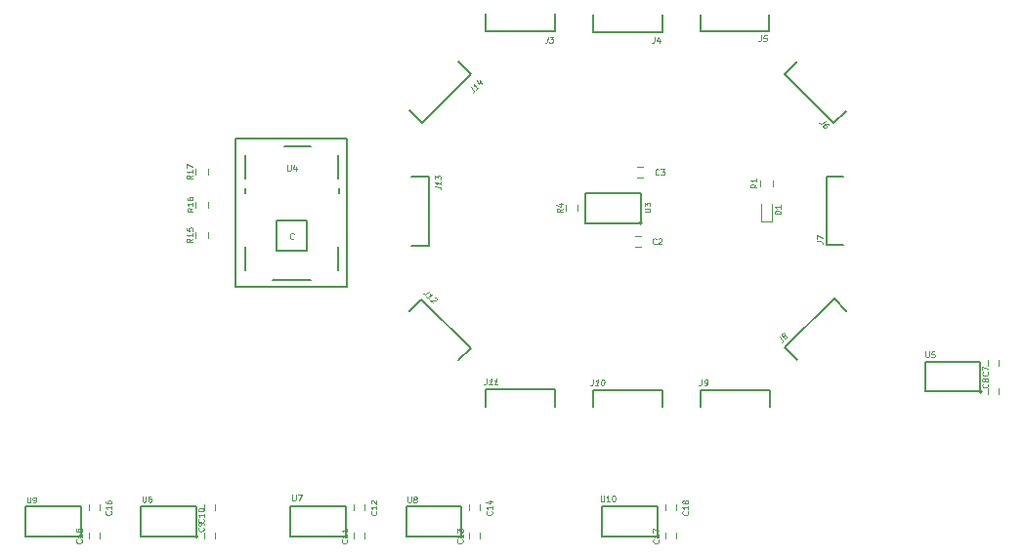
<source format=gto>
G04 #@! TF.FileFunction,Legend,Top*
%FSLAX46Y46*%
G04 Gerber Fmt 4.6, Leading zero omitted, Abs format (unit mm)*
G04 Created by KiCad (PCBNEW 4.0.7-e2-6376~58~ubuntu16.04.1) date Fri Aug  3 14:44:38 2018*
%MOMM*%
%LPD*%
G01*
G04 APERTURE LIST*
%ADD10C,0.100000*%
%ADD11C,0.150000*%
%ADD12C,0.120000*%
G04 APERTURE END LIST*
D10*
D11*
X126730000Y-79940000D02*
X126730000Y-81440000D01*
X126730000Y-81440000D02*
X132730000Y-81440000D01*
X132730000Y-81440000D02*
X132730000Y-79940000D01*
X136010000Y-79970000D02*
X136010000Y-81470000D01*
X136010000Y-81470000D02*
X142010000Y-81470000D01*
X142010000Y-81470000D02*
X142010000Y-79970000D01*
X145280000Y-79950000D02*
X145280000Y-81450000D01*
X145280000Y-81450000D02*
X151280000Y-81450000D01*
X151280000Y-81450000D02*
X151280000Y-79950000D01*
X151290000Y-114050000D02*
X151290000Y-112550000D01*
X151290000Y-112550000D02*
X145290000Y-112550000D01*
X145290000Y-112550000D02*
X145290000Y-114050000D01*
X132720000Y-113990000D02*
X132720000Y-112490000D01*
X132720000Y-112490000D02*
X126720000Y-112490000D01*
X126720000Y-112490000D02*
X126720000Y-113990000D01*
X140267475Y-98060000D02*
G75*
G03X140267475Y-98060000I-127475J0D01*
G01*
X139340000Y-98060000D02*
X135340000Y-98060000D01*
X135340000Y-98060000D02*
X135340000Y-95460000D01*
X135340000Y-95460000D02*
X140140000Y-95460000D01*
X140140000Y-95460000D02*
X140140000Y-98060000D01*
X140140000Y-98060000D02*
X139340000Y-98060000D01*
X153672944Y-84084416D02*
X152612284Y-85145076D01*
X152612284Y-85145076D02*
X156854924Y-89387716D01*
X156854924Y-89387716D02*
X157915584Y-88327056D01*
X157720000Y-94000000D02*
X156220000Y-94000000D01*
X156220000Y-94000000D02*
X156220000Y-100000000D01*
X156220000Y-100000000D02*
X157720000Y-100000000D01*
X120260000Y-100010000D02*
X121760000Y-100010000D01*
X121760000Y-100010000D02*
X121760000Y-94010000D01*
X121760000Y-94010000D02*
X120260000Y-94010000D01*
X142000000Y-114050000D02*
X142000000Y-112550000D01*
X142000000Y-112550000D02*
X136000000Y-112550000D01*
X136000000Y-112550000D02*
X136000000Y-114050000D01*
X124327056Y-109975584D02*
X125387716Y-108914924D01*
X125387716Y-108914924D02*
X121145076Y-104672284D01*
X121145076Y-104672284D02*
X120084416Y-105732944D01*
X157935584Y-105702944D02*
X156874924Y-104642284D01*
X156874924Y-104642284D02*
X152632284Y-108884924D01*
X152632284Y-108884924D02*
X153692944Y-109945584D01*
X120104416Y-88317056D02*
X121165076Y-89377716D01*
X121165076Y-89377716D02*
X125407716Y-85135076D01*
X125407716Y-85135076D02*
X124347056Y-84074416D01*
D12*
X140150000Y-99180000D02*
X139650000Y-99180000D01*
X139650000Y-100120000D02*
X140150000Y-100120000D01*
X139850000Y-94145000D02*
X140350000Y-94145000D01*
X140350000Y-93205000D02*
X139850000Y-93205000D01*
X150575000Y-97900000D02*
X151475000Y-97900000D01*
X151475000Y-97900000D02*
X151475000Y-96450000D01*
X150575000Y-97900000D02*
X150575000Y-96450000D01*
X151555000Y-94900000D02*
X151555000Y-94400000D01*
X150495000Y-94400000D02*
X150495000Y-94900000D01*
X133620000Y-96500000D02*
X133620000Y-97000000D01*
X134680000Y-97000000D02*
X134680000Y-96500000D01*
X102630000Y-99375000D02*
X102630000Y-98875000D01*
X101570000Y-98875000D02*
X101570000Y-99375000D01*
X102630000Y-96775000D02*
X102630000Y-96275000D01*
X101570000Y-96275000D02*
X101570000Y-96775000D01*
X102630000Y-93875000D02*
X102630000Y-93375000D01*
X101570000Y-93375000D02*
X101570000Y-93875000D01*
D11*
X109900000Y-102975000D02*
X108250000Y-102975000D01*
X109900000Y-102975000D02*
X111550000Y-102975000D01*
X109900000Y-91375000D02*
X111550000Y-91375000D01*
X109900000Y-91375000D02*
X109250000Y-91375000D01*
X113900000Y-100175000D02*
X113900000Y-100125000D01*
X113900000Y-100175000D02*
X113900000Y-102175000D01*
X105900000Y-100125000D02*
X105900000Y-102175000D01*
X113950000Y-95425000D02*
X113950000Y-95475000D01*
X113950000Y-95075000D02*
X113950000Y-95425000D01*
X113900000Y-94075000D02*
X113900000Y-94175000D01*
X113900000Y-92275000D02*
X113900000Y-92175000D01*
X105900000Y-92275000D02*
X105900000Y-92175000D01*
X105900000Y-94075000D02*
X105900000Y-94175000D01*
X105900000Y-95425000D02*
X105900000Y-95475000D01*
X105900000Y-95075000D02*
X105900000Y-95425000D01*
X113900000Y-92375000D02*
X113900000Y-92275000D01*
X105900000Y-92375000D02*
X105900000Y-92275000D01*
X109900000Y-97875000D02*
X111200000Y-97875000D01*
X111200000Y-97875000D02*
X111200000Y-100475000D01*
X111200000Y-100475000D02*
X108600000Y-100475000D01*
X108600000Y-100475000D02*
X108600000Y-97875000D01*
X108600000Y-97875000D02*
X109900000Y-97875000D01*
X105900000Y-94075000D02*
X105900000Y-92375000D01*
X113900000Y-92375000D02*
X113900000Y-94075000D01*
X105200000Y-90775000D02*
X114700000Y-90775000D01*
X114700000Y-90775000D02*
X114700000Y-103575000D01*
X114700000Y-103575000D02*
X105000000Y-103575000D01*
X105000000Y-103575000D02*
X105000000Y-91075000D01*
X105000000Y-91075000D02*
X105000000Y-90775000D01*
X105000000Y-90775000D02*
X105200000Y-90775000D01*
D12*
X171170000Y-110450000D02*
X171170000Y-109950000D01*
X170230000Y-109950000D02*
X170230000Y-110450000D01*
X170230000Y-112400000D02*
X170230000Y-112900000D01*
X171170000Y-112900000D02*
X171170000Y-112400000D01*
X102280000Y-124975000D02*
X102280000Y-125475000D01*
X103220000Y-125475000D02*
X103220000Y-124975000D01*
X103220000Y-123000000D02*
X103220000Y-122500000D01*
X102280000Y-122500000D02*
X102280000Y-123000000D01*
D11*
X169677475Y-112700000D02*
G75*
G03X169677475Y-112700000I-127475J0D01*
G01*
X168750000Y-112700000D02*
X164750000Y-112700000D01*
X164750000Y-112700000D02*
X164750000Y-110100000D01*
X164750000Y-110100000D02*
X169550000Y-110100000D01*
X169550000Y-110100000D02*
X169550000Y-112700000D01*
X169550000Y-112700000D02*
X168750000Y-112700000D01*
X101727475Y-125275000D02*
G75*
G03X101727475Y-125275000I-127475J0D01*
G01*
X100800000Y-125275000D02*
X96800000Y-125275000D01*
X96800000Y-125275000D02*
X96800000Y-122675000D01*
X96800000Y-122675000D02*
X101600000Y-122675000D01*
X101600000Y-122675000D02*
X101600000Y-125275000D01*
X101600000Y-125275000D02*
X100800000Y-125275000D01*
D12*
X115280000Y-124975000D02*
X115280000Y-125475000D01*
X116220000Y-125475000D02*
X116220000Y-124975000D01*
X116220000Y-123025000D02*
X116220000Y-122525000D01*
X115280000Y-122525000D02*
X115280000Y-123025000D01*
X125280000Y-124975000D02*
X125280000Y-125475000D01*
X126220000Y-125475000D02*
X126220000Y-124975000D01*
X126220000Y-123025000D02*
X126220000Y-122525000D01*
X125280000Y-122525000D02*
X125280000Y-123025000D01*
X92280000Y-124975000D02*
X92280000Y-125475000D01*
X93220000Y-125475000D02*
X93220000Y-124975000D01*
X93220000Y-123025000D02*
X93220000Y-122525000D01*
X92280000Y-122525000D02*
X92280000Y-123025000D01*
D11*
X114727475Y-125275000D02*
G75*
G03X114727475Y-125275000I-127475J0D01*
G01*
X113800000Y-125275000D02*
X109800000Y-125275000D01*
X109800000Y-125275000D02*
X109800000Y-122675000D01*
X109800000Y-122675000D02*
X114600000Y-122675000D01*
X114600000Y-122675000D02*
X114600000Y-125275000D01*
X114600000Y-125275000D02*
X113800000Y-125275000D01*
X124727475Y-125275000D02*
G75*
G03X124727475Y-125275000I-127475J0D01*
G01*
X123800000Y-125275000D02*
X119800000Y-125275000D01*
X119800000Y-125275000D02*
X119800000Y-122675000D01*
X119800000Y-122675000D02*
X124600000Y-122675000D01*
X124600000Y-122675000D02*
X124600000Y-125275000D01*
X124600000Y-125275000D02*
X123800000Y-125275000D01*
X91727475Y-125275000D02*
G75*
G03X91727475Y-125275000I-127475J0D01*
G01*
X90800000Y-125275000D02*
X86800000Y-125275000D01*
X86800000Y-125275000D02*
X86800000Y-122675000D01*
X86800000Y-122675000D02*
X91600000Y-122675000D01*
X91600000Y-122675000D02*
X91600000Y-125275000D01*
X91600000Y-125275000D02*
X90800000Y-125275000D01*
D12*
X142280000Y-124975000D02*
X142280000Y-125475000D01*
X143220000Y-125475000D02*
X143220000Y-124975000D01*
X143220000Y-123025000D02*
X143220000Y-122525000D01*
X142280000Y-122525000D02*
X142280000Y-123025000D01*
D11*
X141727475Y-125275000D02*
G75*
G03X141727475Y-125275000I-127475J0D01*
G01*
X140800000Y-125275000D02*
X136800000Y-125275000D01*
X136800000Y-125275000D02*
X136800000Y-122675000D01*
X136800000Y-122675000D02*
X141600000Y-122675000D01*
X141600000Y-122675000D02*
X141600000Y-125275000D01*
X141600000Y-125275000D02*
X140800000Y-125275000D01*
D10*
X132067560Y-81926190D02*
X132022917Y-82283333D01*
X131990179Y-82354762D01*
X131936607Y-82402381D01*
X131862203Y-82426190D01*
X131814584Y-82426190D01*
X132258036Y-81926190D02*
X132567559Y-81926190D01*
X132377084Y-82116667D01*
X132448512Y-82116667D01*
X132493155Y-82140476D01*
X132513988Y-82164286D01*
X132531845Y-82211905D01*
X132516964Y-82330952D01*
X132487203Y-82378571D01*
X132460416Y-82402381D01*
X132409821Y-82426190D01*
X132266964Y-82426190D01*
X132222321Y-82402381D01*
X132201489Y-82378571D01*
X141367560Y-81926190D02*
X141322917Y-82283333D01*
X141290179Y-82354762D01*
X141236607Y-82402381D01*
X141162203Y-82426190D01*
X141114584Y-82426190D01*
X141799107Y-82092857D02*
X141757440Y-82426190D01*
X141703869Y-81902381D02*
X141540179Y-82259524D01*
X141849703Y-82259524D01*
X150592560Y-81801190D02*
X150547917Y-82158333D01*
X150515179Y-82229762D01*
X150461607Y-82277381D01*
X150387203Y-82301190D01*
X150339584Y-82301190D01*
X151068750Y-81801190D02*
X150830655Y-81801190D01*
X150777083Y-82039286D01*
X150803870Y-82015476D01*
X150854465Y-81991667D01*
X150973512Y-81991667D01*
X151018155Y-82015476D01*
X151038988Y-82039286D01*
X151056845Y-82086905D01*
X151041964Y-82205952D01*
X151012203Y-82253571D01*
X150985416Y-82277381D01*
X150934821Y-82301190D01*
X150815774Y-82301190D01*
X150771131Y-82277381D01*
X150750298Y-82253571D01*
X145442560Y-111651190D02*
X145397917Y-112008333D01*
X145365179Y-112079762D01*
X145311607Y-112127381D01*
X145237203Y-112151190D01*
X145189584Y-112151190D01*
X145641964Y-112151190D02*
X145737202Y-112151190D01*
X145787797Y-112127381D01*
X145814584Y-112103571D01*
X145871131Y-112032143D01*
X145906845Y-111936905D01*
X145930654Y-111746429D01*
X145912798Y-111698810D01*
X145891964Y-111675000D01*
X145847321Y-111651190D01*
X145752083Y-111651190D01*
X145701488Y-111675000D01*
X145674703Y-111698810D01*
X145644940Y-111746429D01*
X145630060Y-111865476D01*
X145647917Y-111913095D01*
X145668750Y-111936905D01*
X145713393Y-111960714D01*
X145808631Y-111960714D01*
X145859226Y-111936905D01*
X145886012Y-111913095D01*
X145915774Y-111865476D01*
X126804465Y-111601190D02*
X126759822Y-111958333D01*
X126727084Y-112029762D01*
X126673512Y-112077381D01*
X126599108Y-112101190D01*
X126551489Y-112101190D01*
X127241964Y-112101190D02*
X126956250Y-112101190D01*
X127099107Y-112101190D02*
X127161607Y-111601190D01*
X127105060Y-111672619D01*
X127051488Y-111720238D01*
X127000893Y-111744048D01*
X127718154Y-112101190D02*
X127432440Y-112101190D01*
X127575297Y-112101190D02*
X127637797Y-111601190D01*
X127581250Y-111672619D01*
X127527678Y-111720238D01*
X127477083Y-111744048D01*
X140451190Y-97080952D02*
X140855952Y-97080952D01*
X140903571Y-97057143D01*
X140927381Y-97033333D01*
X140951190Y-96985714D01*
X140951190Y-96890476D01*
X140927381Y-96842857D01*
X140903571Y-96819048D01*
X140855952Y-96795238D01*
X140451190Y-96795238D01*
X140451190Y-96604761D02*
X140451190Y-96295238D01*
X140641667Y-96461904D01*
X140641667Y-96390476D01*
X140665476Y-96342857D01*
X140689286Y-96319047D01*
X140736905Y-96295238D01*
X140855952Y-96295238D01*
X140903571Y-96319047D01*
X140927381Y-96342857D01*
X140951190Y-96390476D01*
X140951190Y-96533333D01*
X140927381Y-96580952D01*
X140903571Y-96604761D01*
X156124963Y-89212738D02*
X155840857Y-89433709D01*
X155767200Y-89461067D01*
X155695647Y-89456858D01*
X155626200Y-89421082D01*
X155592528Y-89387410D01*
X156444844Y-89532619D02*
X156377500Y-89465275D01*
X156324888Y-89446336D01*
X156289112Y-89444232D01*
X156198619Y-89454754D01*
X156106022Y-89496843D01*
X155954499Y-89614694D01*
X155933455Y-89660993D01*
X155931349Y-89692560D01*
X155946081Y-89740963D01*
X156013424Y-89808306D01*
X156066036Y-89827247D01*
X156101813Y-89829352D01*
X156156529Y-89816724D01*
X156251231Y-89743068D01*
X156272276Y-89696769D01*
X156274381Y-89665202D01*
X156259649Y-89616799D01*
X156192305Y-89549456D01*
X156139694Y-89530515D01*
X156103917Y-89528411D01*
X156049200Y-89541038D01*
X155376190Y-99607440D02*
X155733333Y-99652083D01*
X155804762Y-99684821D01*
X155852381Y-99738393D01*
X155876190Y-99812797D01*
X155876190Y-99860416D01*
X155376190Y-99416964D02*
X155376190Y-99083631D01*
X155876190Y-99360417D01*
X122326190Y-94895535D02*
X122683333Y-94940178D01*
X122754762Y-94972916D01*
X122802381Y-95026488D01*
X122826190Y-95100892D01*
X122826190Y-95148511D01*
X122826190Y-94458036D02*
X122826190Y-94743750D01*
X122826190Y-94600893D02*
X122326190Y-94538393D01*
X122397619Y-94594940D01*
X122445238Y-94648512D01*
X122469048Y-94699107D01*
X122326190Y-94228869D02*
X122326190Y-93919346D01*
X122516667Y-94109821D01*
X122516667Y-94038393D01*
X122540476Y-93993750D01*
X122564286Y-93972917D01*
X122611905Y-93955060D01*
X122730952Y-93969941D01*
X122778571Y-93999702D01*
X122802381Y-94026489D01*
X122826190Y-94077084D01*
X122826190Y-94219941D01*
X122802381Y-94264584D01*
X122778571Y-94285416D01*
X136029465Y-111651190D02*
X135984822Y-112008333D01*
X135952084Y-112079762D01*
X135898512Y-112127381D01*
X135824108Y-112151190D01*
X135776489Y-112151190D01*
X136466964Y-112151190D02*
X136181250Y-112151190D01*
X136324107Y-112151190D02*
X136386607Y-111651190D01*
X136330060Y-111722619D01*
X136276488Y-111770238D01*
X136225893Y-111794048D01*
X136838988Y-111651190D02*
X136886607Y-111651190D01*
X136931250Y-111675000D01*
X136952083Y-111698810D01*
X136969940Y-111746429D01*
X136981845Y-111841667D01*
X136966964Y-111960714D01*
X136931250Y-112055952D01*
X136901488Y-112103571D01*
X136874702Y-112127381D01*
X136824107Y-112151190D01*
X136776488Y-112151190D01*
X136731845Y-112127381D01*
X136711012Y-112103571D01*
X136693155Y-112055952D01*
X136681250Y-111960714D01*
X136696131Y-111841667D01*
X136731845Y-111746429D01*
X136761607Y-111698810D01*
X136788393Y-111675000D01*
X136838988Y-111651190D01*
X121806605Y-103994379D02*
X121522499Y-104215350D01*
X121448842Y-104242709D01*
X121377289Y-104238499D01*
X121307842Y-104202723D01*
X121274171Y-104169052D01*
X121762410Y-104657291D02*
X121560380Y-104455261D01*
X121661395Y-104556276D02*
X122059143Y-104246917D01*
X121968650Y-104257440D01*
X121897097Y-104253231D01*
X121844485Y-104234291D01*
X122256964Y-104512083D02*
X122292740Y-104514187D01*
X122345353Y-104533127D01*
X122429532Y-104617306D01*
X122444263Y-104665709D01*
X122442158Y-104697277D01*
X122421113Y-104743575D01*
X122383232Y-104773038D01*
X122309577Y-104800397D01*
X121880262Y-104775143D01*
X122099127Y-104994008D01*
X152162738Y-107925036D02*
X152383709Y-108209142D01*
X152411067Y-108282799D01*
X152406858Y-108354352D01*
X152371082Y-108423799D01*
X152337410Y-108457471D01*
X152514187Y-107876633D02*
X152465784Y-107891365D01*
X152434217Y-107889260D01*
X152387917Y-107868216D01*
X152373186Y-107849276D01*
X152360560Y-107794559D01*
X152362664Y-107758783D01*
X152381604Y-107706171D01*
X152448947Y-107638827D01*
X152497351Y-107624096D01*
X152528919Y-107626200D01*
X152575217Y-107647246D01*
X152589948Y-107666186D01*
X152602575Y-107720902D01*
X152600471Y-107756678D01*
X152581530Y-107809290D01*
X152514187Y-107876633D01*
X152495246Y-107929246D01*
X152493142Y-107965022D01*
X152505769Y-108019738D01*
X152564694Y-108095500D01*
X152610993Y-108116544D01*
X152642560Y-108118650D01*
X152690963Y-108103918D01*
X152758306Y-108036575D01*
X152777247Y-107983963D01*
X152779352Y-107948186D01*
X152766724Y-107893470D01*
X152707799Y-107817708D01*
X152661501Y-107796663D01*
X152629933Y-107794560D01*
X152581530Y-107809290D01*
X125394379Y-86218395D02*
X125615350Y-86502501D01*
X125642709Y-86576158D01*
X125638499Y-86647711D01*
X125602723Y-86717158D01*
X125569052Y-86750829D01*
X126057291Y-86262590D02*
X125855261Y-86464620D01*
X125956276Y-86363605D02*
X125646917Y-85965857D01*
X125657440Y-86056350D01*
X125653231Y-86127903D01*
X125634291Y-86180515D01*
X126154098Y-85694379D02*
X126360337Y-85959544D01*
X125952067Y-85627036D02*
X126088859Y-85995320D01*
X126307726Y-85776454D01*
X141466667Y-99853571D02*
X141442857Y-99877381D01*
X141371429Y-99901190D01*
X141323810Y-99901190D01*
X141252381Y-99877381D01*
X141204762Y-99829762D01*
X141180953Y-99782143D01*
X141157143Y-99686905D01*
X141157143Y-99615476D01*
X141180953Y-99520238D01*
X141204762Y-99472619D01*
X141252381Y-99425000D01*
X141323810Y-99401190D01*
X141371429Y-99401190D01*
X141442857Y-99425000D01*
X141466667Y-99448810D01*
X141657143Y-99448810D02*
X141680953Y-99425000D01*
X141728572Y-99401190D01*
X141847619Y-99401190D01*
X141895238Y-99425000D01*
X141919048Y-99448810D01*
X141942857Y-99496429D01*
X141942857Y-99544048D01*
X141919048Y-99615476D01*
X141633334Y-99901190D01*
X141942857Y-99901190D01*
X141691667Y-93853571D02*
X141667857Y-93877381D01*
X141596429Y-93901190D01*
X141548810Y-93901190D01*
X141477381Y-93877381D01*
X141429762Y-93829762D01*
X141405953Y-93782143D01*
X141382143Y-93686905D01*
X141382143Y-93615476D01*
X141405953Y-93520238D01*
X141429762Y-93472619D01*
X141477381Y-93425000D01*
X141548810Y-93401190D01*
X141596429Y-93401190D01*
X141667857Y-93425000D01*
X141691667Y-93448810D01*
X141858334Y-93401190D02*
X142167857Y-93401190D01*
X142001191Y-93591667D01*
X142072619Y-93591667D01*
X142120238Y-93615476D01*
X142144048Y-93639286D01*
X142167857Y-93686905D01*
X142167857Y-93805952D01*
X142144048Y-93853571D01*
X142120238Y-93877381D01*
X142072619Y-93901190D01*
X141929762Y-93901190D01*
X141882143Y-93877381D01*
X141858334Y-93853571D01*
X152251190Y-97294047D02*
X151751190Y-97294047D01*
X151751190Y-97175000D01*
X151775000Y-97103571D01*
X151822619Y-97055952D01*
X151870238Y-97032143D01*
X151965476Y-97008333D01*
X152036905Y-97008333D01*
X152132143Y-97032143D01*
X152179762Y-97055952D01*
X152227381Y-97103571D01*
X152251190Y-97175000D01*
X152251190Y-97294047D01*
X152251190Y-96532143D02*
X152251190Y-96817857D01*
X152251190Y-96675000D02*
X151751190Y-96675000D01*
X151822619Y-96722619D01*
X151870238Y-96770238D01*
X151894048Y-96817857D01*
X150176190Y-94683333D02*
X149938095Y-94850000D01*
X150176190Y-94969047D02*
X149676190Y-94969047D01*
X149676190Y-94778571D01*
X149700000Y-94730952D01*
X149723810Y-94707143D01*
X149771429Y-94683333D01*
X149842857Y-94683333D01*
X149890476Y-94707143D01*
X149914286Y-94730952D01*
X149938095Y-94778571D01*
X149938095Y-94969047D01*
X150176190Y-94207143D02*
X150176190Y-94492857D01*
X150176190Y-94350000D02*
X149676190Y-94350000D01*
X149747619Y-94397619D01*
X149795238Y-94445238D01*
X149819048Y-94492857D01*
X133351190Y-96833333D02*
X133113095Y-97000000D01*
X133351190Y-97119047D02*
X132851190Y-97119047D01*
X132851190Y-96928571D01*
X132875000Y-96880952D01*
X132898810Y-96857143D01*
X132946429Y-96833333D01*
X133017857Y-96833333D01*
X133065476Y-96857143D01*
X133089286Y-96880952D01*
X133113095Y-96928571D01*
X133113095Y-97119047D01*
X133017857Y-96404762D02*
X133351190Y-96404762D01*
X132827381Y-96523809D02*
X133184524Y-96642857D01*
X133184524Y-96333333D01*
X101301190Y-99421428D02*
X101063095Y-99588095D01*
X101301190Y-99707142D02*
X100801190Y-99707142D01*
X100801190Y-99516666D01*
X100825000Y-99469047D01*
X100848810Y-99445238D01*
X100896429Y-99421428D01*
X100967857Y-99421428D01*
X101015476Y-99445238D01*
X101039286Y-99469047D01*
X101063095Y-99516666D01*
X101063095Y-99707142D01*
X101301190Y-98945238D02*
X101301190Y-99230952D01*
X101301190Y-99088095D02*
X100801190Y-99088095D01*
X100872619Y-99135714D01*
X100920238Y-99183333D01*
X100944048Y-99230952D01*
X100801190Y-98492857D02*
X100801190Y-98730952D01*
X101039286Y-98754762D01*
X101015476Y-98730952D01*
X100991667Y-98683333D01*
X100991667Y-98564286D01*
X101015476Y-98516667D01*
X101039286Y-98492857D01*
X101086905Y-98469048D01*
X101205952Y-98469048D01*
X101253571Y-98492857D01*
X101277381Y-98516667D01*
X101301190Y-98564286D01*
X101301190Y-98683333D01*
X101277381Y-98730952D01*
X101253571Y-98754762D01*
X101326190Y-96771428D02*
X101088095Y-96938095D01*
X101326190Y-97057142D02*
X100826190Y-97057142D01*
X100826190Y-96866666D01*
X100850000Y-96819047D01*
X100873810Y-96795238D01*
X100921429Y-96771428D01*
X100992857Y-96771428D01*
X101040476Y-96795238D01*
X101064286Y-96819047D01*
X101088095Y-96866666D01*
X101088095Y-97057142D01*
X101326190Y-96295238D02*
X101326190Y-96580952D01*
X101326190Y-96438095D02*
X100826190Y-96438095D01*
X100897619Y-96485714D01*
X100945238Y-96533333D01*
X100969048Y-96580952D01*
X100826190Y-95866667D02*
X100826190Y-95961905D01*
X100850000Y-96009524D01*
X100873810Y-96033333D01*
X100945238Y-96080952D01*
X101040476Y-96104762D01*
X101230952Y-96104762D01*
X101278571Y-96080952D01*
X101302381Y-96057143D01*
X101326190Y-96009524D01*
X101326190Y-95914286D01*
X101302381Y-95866667D01*
X101278571Y-95842857D01*
X101230952Y-95819048D01*
X101111905Y-95819048D01*
X101064286Y-95842857D01*
X101040476Y-95866667D01*
X101016667Y-95914286D01*
X101016667Y-96009524D01*
X101040476Y-96057143D01*
X101064286Y-96080952D01*
X101111905Y-96104762D01*
X101301190Y-93921428D02*
X101063095Y-94088095D01*
X101301190Y-94207142D02*
X100801190Y-94207142D01*
X100801190Y-94016666D01*
X100825000Y-93969047D01*
X100848810Y-93945238D01*
X100896429Y-93921428D01*
X100967857Y-93921428D01*
X101015476Y-93945238D01*
X101039286Y-93969047D01*
X101063095Y-94016666D01*
X101063095Y-94207142D01*
X101301190Y-93445238D02*
X101301190Y-93730952D01*
X101301190Y-93588095D02*
X100801190Y-93588095D01*
X100872619Y-93635714D01*
X100920238Y-93683333D01*
X100944048Y-93730952D01*
X100801190Y-93278571D02*
X100801190Y-92945238D01*
X101301190Y-93159524D01*
X109519048Y-93051190D02*
X109519048Y-93455952D01*
X109542857Y-93503571D01*
X109566667Y-93527381D01*
X109614286Y-93551190D01*
X109709524Y-93551190D01*
X109757143Y-93527381D01*
X109780952Y-93503571D01*
X109804762Y-93455952D01*
X109804762Y-93051190D01*
X110257143Y-93217857D02*
X110257143Y-93551190D01*
X110138096Y-93027381D02*
X110019048Y-93384524D01*
X110328572Y-93384524D01*
X110054762Y-99403571D02*
X110030952Y-99427381D01*
X109959524Y-99451190D01*
X109911905Y-99451190D01*
X109840476Y-99427381D01*
X109792857Y-99379762D01*
X109769048Y-99332143D01*
X109745238Y-99236905D01*
X109745238Y-99165476D01*
X109769048Y-99070238D01*
X109792857Y-99022619D01*
X109840476Y-98975000D01*
X109911905Y-98951190D01*
X109959524Y-98951190D01*
X110030952Y-98975000D01*
X110054762Y-98998810D01*
X170178571Y-111008333D02*
X170202381Y-111032143D01*
X170226190Y-111103571D01*
X170226190Y-111151190D01*
X170202381Y-111222619D01*
X170154762Y-111270238D01*
X170107143Y-111294047D01*
X170011905Y-111317857D01*
X169940476Y-111317857D01*
X169845238Y-111294047D01*
X169797619Y-111270238D01*
X169750000Y-111222619D01*
X169726190Y-111151190D01*
X169726190Y-111103571D01*
X169750000Y-111032143D01*
X169773810Y-111008333D01*
X169726190Y-110841666D02*
X169726190Y-110508333D01*
X170226190Y-110722619D01*
X170178571Y-112033333D02*
X170202381Y-112057143D01*
X170226190Y-112128571D01*
X170226190Y-112176190D01*
X170202381Y-112247619D01*
X170154762Y-112295238D01*
X170107143Y-112319047D01*
X170011905Y-112342857D01*
X169940476Y-112342857D01*
X169845238Y-112319047D01*
X169797619Y-112295238D01*
X169750000Y-112247619D01*
X169726190Y-112176190D01*
X169726190Y-112128571D01*
X169750000Y-112057143D01*
X169773810Y-112033333D01*
X169940476Y-111747619D02*
X169916667Y-111795238D01*
X169892857Y-111819047D01*
X169845238Y-111842857D01*
X169821429Y-111842857D01*
X169773810Y-111819047D01*
X169750000Y-111795238D01*
X169726190Y-111747619D01*
X169726190Y-111652381D01*
X169750000Y-111604762D01*
X169773810Y-111580952D01*
X169821429Y-111557143D01*
X169845238Y-111557143D01*
X169892857Y-111580952D01*
X169916667Y-111604762D01*
X169940476Y-111652381D01*
X169940476Y-111747619D01*
X169964286Y-111795238D01*
X169988095Y-111819047D01*
X170035714Y-111842857D01*
X170130952Y-111842857D01*
X170178571Y-111819047D01*
X170202381Y-111795238D01*
X170226190Y-111747619D01*
X170226190Y-111652381D01*
X170202381Y-111604762D01*
X170178571Y-111580952D01*
X170130952Y-111557143D01*
X170035714Y-111557143D01*
X169988095Y-111580952D01*
X169964286Y-111604762D01*
X169940476Y-111652381D01*
X102228571Y-124508333D02*
X102252381Y-124532143D01*
X102276190Y-124603571D01*
X102276190Y-124651190D01*
X102252381Y-124722619D01*
X102204762Y-124770238D01*
X102157143Y-124794047D01*
X102061905Y-124817857D01*
X101990476Y-124817857D01*
X101895238Y-124794047D01*
X101847619Y-124770238D01*
X101800000Y-124722619D01*
X101776190Y-124651190D01*
X101776190Y-124603571D01*
X101800000Y-124532143D01*
X101823810Y-124508333D01*
X102276190Y-124270238D02*
X102276190Y-124175000D01*
X102252381Y-124127381D01*
X102228571Y-124103571D01*
X102157143Y-124055952D01*
X102061905Y-124032143D01*
X101871429Y-124032143D01*
X101823810Y-124055952D01*
X101800000Y-124079762D01*
X101776190Y-124127381D01*
X101776190Y-124222619D01*
X101800000Y-124270238D01*
X101823810Y-124294047D01*
X101871429Y-124317857D01*
X101990476Y-124317857D01*
X102038095Y-124294047D01*
X102061905Y-124270238D01*
X102085714Y-124222619D01*
X102085714Y-124127381D01*
X102061905Y-124079762D01*
X102038095Y-124055952D01*
X101990476Y-124032143D01*
X102228571Y-123771428D02*
X102252381Y-123795238D01*
X102276190Y-123866666D01*
X102276190Y-123914285D01*
X102252381Y-123985714D01*
X102204762Y-124033333D01*
X102157143Y-124057142D01*
X102061905Y-124080952D01*
X101990476Y-124080952D01*
X101895238Y-124057142D01*
X101847619Y-124033333D01*
X101800000Y-123985714D01*
X101776190Y-123914285D01*
X101776190Y-123866666D01*
X101800000Y-123795238D01*
X101823810Y-123771428D01*
X102276190Y-123295238D02*
X102276190Y-123580952D01*
X102276190Y-123438095D02*
X101776190Y-123438095D01*
X101847619Y-123485714D01*
X101895238Y-123533333D01*
X101919048Y-123580952D01*
X101776190Y-122985714D02*
X101776190Y-122938095D01*
X101800000Y-122890476D01*
X101823810Y-122866667D01*
X101871429Y-122842857D01*
X101966667Y-122819048D01*
X102085714Y-122819048D01*
X102180952Y-122842857D01*
X102228571Y-122866667D01*
X102252381Y-122890476D01*
X102276190Y-122938095D01*
X102276190Y-122985714D01*
X102252381Y-123033333D01*
X102228571Y-123057143D01*
X102180952Y-123080952D01*
X102085714Y-123104762D01*
X101966667Y-123104762D01*
X101871429Y-123080952D01*
X101823810Y-123057143D01*
X101800000Y-123033333D01*
X101776190Y-122985714D01*
X164819048Y-109226190D02*
X164819048Y-109630952D01*
X164842857Y-109678571D01*
X164866667Y-109702381D01*
X164914286Y-109726190D01*
X165009524Y-109726190D01*
X165057143Y-109702381D01*
X165080952Y-109678571D01*
X165104762Y-109630952D01*
X165104762Y-109226190D01*
X165580953Y-109226190D02*
X165342858Y-109226190D01*
X165319048Y-109464286D01*
X165342858Y-109440476D01*
X165390477Y-109416667D01*
X165509524Y-109416667D01*
X165557143Y-109440476D01*
X165580953Y-109464286D01*
X165604762Y-109511905D01*
X165604762Y-109630952D01*
X165580953Y-109678571D01*
X165557143Y-109702381D01*
X165509524Y-109726190D01*
X165390477Y-109726190D01*
X165342858Y-109702381D01*
X165319048Y-109678571D01*
X96944048Y-121776190D02*
X96944048Y-122180952D01*
X96967857Y-122228571D01*
X96991667Y-122252381D01*
X97039286Y-122276190D01*
X97134524Y-122276190D01*
X97182143Y-122252381D01*
X97205952Y-122228571D01*
X97229762Y-122180952D01*
X97229762Y-121776190D01*
X97682143Y-121776190D02*
X97586905Y-121776190D01*
X97539286Y-121800000D01*
X97515477Y-121823810D01*
X97467858Y-121895238D01*
X97444048Y-121990476D01*
X97444048Y-122180952D01*
X97467858Y-122228571D01*
X97491667Y-122252381D01*
X97539286Y-122276190D01*
X97634524Y-122276190D01*
X97682143Y-122252381D01*
X97705953Y-122228571D01*
X97729762Y-122180952D01*
X97729762Y-122061905D01*
X97705953Y-122014286D01*
X97682143Y-121990476D01*
X97634524Y-121966667D01*
X97539286Y-121966667D01*
X97491667Y-121990476D01*
X97467858Y-122014286D01*
X97444048Y-122061905D01*
X114658571Y-125546428D02*
X114682381Y-125570238D01*
X114706190Y-125641666D01*
X114706190Y-125689285D01*
X114682381Y-125760714D01*
X114634762Y-125808333D01*
X114587143Y-125832142D01*
X114491905Y-125855952D01*
X114420476Y-125855952D01*
X114325238Y-125832142D01*
X114277619Y-125808333D01*
X114230000Y-125760714D01*
X114206190Y-125689285D01*
X114206190Y-125641666D01*
X114230000Y-125570238D01*
X114253810Y-125546428D01*
X114706190Y-125070238D02*
X114706190Y-125355952D01*
X114706190Y-125213095D02*
X114206190Y-125213095D01*
X114277619Y-125260714D01*
X114325238Y-125308333D01*
X114349048Y-125355952D01*
X114706190Y-124594048D02*
X114706190Y-124879762D01*
X114706190Y-124736905D02*
X114206190Y-124736905D01*
X114277619Y-124784524D01*
X114325238Y-124832143D01*
X114349048Y-124879762D01*
X117198571Y-123096428D02*
X117222381Y-123120238D01*
X117246190Y-123191666D01*
X117246190Y-123239285D01*
X117222381Y-123310714D01*
X117174762Y-123358333D01*
X117127143Y-123382142D01*
X117031905Y-123405952D01*
X116960476Y-123405952D01*
X116865238Y-123382142D01*
X116817619Y-123358333D01*
X116770000Y-123310714D01*
X116746190Y-123239285D01*
X116746190Y-123191666D01*
X116770000Y-123120238D01*
X116793810Y-123096428D01*
X117246190Y-122620238D02*
X117246190Y-122905952D01*
X117246190Y-122763095D02*
X116746190Y-122763095D01*
X116817619Y-122810714D01*
X116865238Y-122858333D01*
X116889048Y-122905952D01*
X116793810Y-122429762D02*
X116770000Y-122405952D01*
X116746190Y-122358333D01*
X116746190Y-122239286D01*
X116770000Y-122191667D01*
X116793810Y-122167857D01*
X116841429Y-122144048D01*
X116889048Y-122144048D01*
X116960476Y-122167857D01*
X117246190Y-122453571D01*
X117246190Y-122144048D01*
X124658571Y-125546428D02*
X124682381Y-125570238D01*
X124706190Y-125641666D01*
X124706190Y-125689285D01*
X124682381Y-125760714D01*
X124634762Y-125808333D01*
X124587143Y-125832142D01*
X124491905Y-125855952D01*
X124420476Y-125855952D01*
X124325238Y-125832142D01*
X124277619Y-125808333D01*
X124230000Y-125760714D01*
X124206190Y-125689285D01*
X124206190Y-125641666D01*
X124230000Y-125570238D01*
X124253810Y-125546428D01*
X124706190Y-125070238D02*
X124706190Y-125355952D01*
X124706190Y-125213095D02*
X124206190Y-125213095D01*
X124277619Y-125260714D01*
X124325238Y-125308333D01*
X124349048Y-125355952D01*
X124206190Y-124903571D02*
X124206190Y-124594048D01*
X124396667Y-124760714D01*
X124396667Y-124689286D01*
X124420476Y-124641667D01*
X124444286Y-124617857D01*
X124491905Y-124594048D01*
X124610952Y-124594048D01*
X124658571Y-124617857D01*
X124682381Y-124641667D01*
X124706190Y-124689286D01*
X124706190Y-124832143D01*
X124682381Y-124879762D01*
X124658571Y-124903571D01*
X127198571Y-123096428D02*
X127222381Y-123120238D01*
X127246190Y-123191666D01*
X127246190Y-123239285D01*
X127222381Y-123310714D01*
X127174762Y-123358333D01*
X127127143Y-123382142D01*
X127031905Y-123405952D01*
X126960476Y-123405952D01*
X126865238Y-123382142D01*
X126817619Y-123358333D01*
X126770000Y-123310714D01*
X126746190Y-123239285D01*
X126746190Y-123191666D01*
X126770000Y-123120238D01*
X126793810Y-123096428D01*
X127246190Y-122620238D02*
X127246190Y-122905952D01*
X127246190Y-122763095D02*
X126746190Y-122763095D01*
X126817619Y-122810714D01*
X126865238Y-122858333D01*
X126889048Y-122905952D01*
X126912857Y-122191667D02*
X127246190Y-122191667D01*
X126722381Y-122310714D02*
X127079524Y-122429762D01*
X127079524Y-122120238D01*
X91658571Y-125546428D02*
X91682381Y-125570238D01*
X91706190Y-125641666D01*
X91706190Y-125689285D01*
X91682381Y-125760714D01*
X91634762Y-125808333D01*
X91587143Y-125832142D01*
X91491905Y-125855952D01*
X91420476Y-125855952D01*
X91325238Y-125832142D01*
X91277619Y-125808333D01*
X91230000Y-125760714D01*
X91206190Y-125689285D01*
X91206190Y-125641666D01*
X91230000Y-125570238D01*
X91253810Y-125546428D01*
X91706190Y-125070238D02*
X91706190Y-125355952D01*
X91706190Y-125213095D02*
X91206190Y-125213095D01*
X91277619Y-125260714D01*
X91325238Y-125308333D01*
X91349048Y-125355952D01*
X91206190Y-124617857D02*
X91206190Y-124855952D01*
X91444286Y-124879762D01*
X91420476Y-124855952D01*
X91396667Y-124808333D01*
X91396667Y-124689286D01*
X91420476Y-124641667D01*
X91444286Y-124617857D01*
X91491905Y-124594048D01*
X91610952Y-124594048D01*
X91658571Y-124617857D01*
X91682381Y-124641667D01*
X91706190Y-124689286D01*
X91706190Y-124808333D01*
X91682381Y-124855952D01*
X91658571Y-124879762D01*
X94198571Y-123096428D02*
X94222381Y-123120238D01*
X94246190Y-123191666D01*
X94246190Y-123239285D01*
X94222381Y-123310714D01*
X94174762Y-123358333D01*
X94127143Y-123382142D01*
X94031905Y-123405952D01*
X93960476Y-123405952D01*
X93865238Y-123382142D01*
X93817619Y-123358333D01*
X93770000Y-123310714D01*
X93746190Y-123239285D01*
X93746190Y-123191666D01*
X93770000Y-123120238D01*
X93793810Y-123096428D01*
X94246190Y-122620238D02*
X94246190Y-122905952D01*
X94246190Y-122763095D02*
X93746190Y-122763095D01*
X93817619Y-122810714D01*
X93865238Y-122858333D01*
X93889048Y-122905952D01*
X93746190Y-122191667D02*
X93746190Y-122286905D01*
X93770000Y-122334524D01*
X93793810Y-122358333D01*
X93865238Y-122405952D01*
X93960476Y-122429762D01*
X94150952Y-122429762D01*
X94198571Y-122405952D01*
X94222381Y-122382143D01*
X94246190Y-122334524D01*
X94246190Y-122239286D01*
X94222381Y-122191667D01*
X94198571Y-122167857D01*
X94150952Y-122144048D01*
X94031905Y-122144048D01*
X93984286Y-122167857D01*
X93960476Y-122191667D01*
X93936667Y-122239286D01*
X93936667Y-122334524D01*
X93960476Y-122382143D01*
X93984286Y-122405952D01*
X94031905Y-122429762D01*
X109944048Y-121676190D02*
X109944048Y-122080952D01*
X109967857Y-122128571D01*
X109991667Y-122152381D01*
X110039286Y-122176190D01*
X110134524Y-122176190D01*
X110182143Y-122152381D01*
X110205952Y-122128571D01*
X110229762Y-122080952D01*
X110229762Y-121676190D01*
X110420239Y-121676190D02*
X110753572Y-121676190D01*
X110539286Y-122176190D01*
X119944048Y-121826190D02*
X119944048Y-122230952D01*
X119967857Y-122278571D01*
X119991667Y-122302381D01*
X120039286Y-122326190D01*
X120134524Y-122326190D01*
X120182143Y-122302381D01*
X120205952Y-122278571D01*
X120229762Y-122230952D01*
X120229762Y-121826190D01*
X120539286Y-122040476D02*
X120491667Y-122016667D01*
X120467858Y-121992857D01*
X120444048Y-121945238D01*
X120444048Y-121921429D01*
X120467858Y-121873810D01*
X120491667Y-121850000D01*
X120539286Y-121826190D01*
X120634524Y-121826190D01*
X120682143Y-121850000D01*
X120705953Y-121873810D01*
X120729762Y-121921429D01*
X120729762Y-121945238D01*
X120705953Y-121992857D01*
X120682143Y-122016667D01*
X120634524Y-122040476D01*
X120539286Y-122040476D01*
X120491667Y-122064286D01*
X120467858Y-122088095D01*
X120444048Y-122135714D01*
X120444048Y-122230952D01*
X120467858Y-122278571D01*
X120491667Y-122302381D01*
X120539286Y-122326190D01*
X120634524Y-122326190D01*
X120682143Y-122302381D01*
X120705953Y-122278571D01*
X120729762Y-122230952D01*
X120729762Y-122135714D01*
X120705953Y-122088095D01*
X120682143Y-122064286D01*
X120634524Y-122040476D01*
X86944048Y-121851190D02*
X86944048Y-122255952D01*
X86967857Y-122303571D01*
X86991667Y-122327381D01*
X87039286Y-122351190D01*
X87134524Y-122351190D01*
X87182143Y-122327381D01*
X87205952Y-122303571D01*
X87229762Y-122255952D01*
X87229762Y-121851190D01*
X87491667Y-122351190D02*
X87586905Y-122351190D01*
X87634524Y-122327381D01*
X87658334Y-122303571D01*
X87705953Y-122232143D01*
X87729762Y-122136905D01*
X87729762Y-121946429D01*
X87705953Y-121898810D01*
X87682143Y-121875000D01*
X87634524Y-121851190D01*
X87539286Y-121851190D01*
X87491667Y-121875000D01*
X87467858Y-121898810D01*
X87444048Y-121946429D01*
X87444048Y-122065476D01*
X87467858Y-122113095D01*
X87491667Y-122136905D01*
X87539286Y-122160714D01*
X87634524Y-122160714D01*
X87682143Y-122136905D01*
X87705953Y-122113095D01*
X87729762Y-122065476D01*
X141658571Y-125546428D02*
X141682381Y-125570238D01*
X141706190Y-125641666D01*
X141706190Y-125689285D01*
X141682381Y-125760714D01*
X141634762Y-125808333D01*
X141587143Y-125832142D01*
X141491905Y-125855952D01*
X141420476Y-125855952D01*
X141325238Y-125832142D01*
X141277619Y-125808333D01*
X141230000Y-125760714D01*
X141206190Y-125689285D01*
X141206190Y-125641666D01*
X141230000Y-125570238D01*
X141253810Y-125546428D01*
X141706190Y-125070238D02*
X141706190Y-125355952D01*
X141706190Y-125213095D02*
X141206190Y-125213095D01*
X141277619Y-125260714D01*
X141325238Y-125308333D01*
X141349048Y-125355952D01*
X141206190Y-124903571D02*
X141206190Y-124570238D01*
X141706190Y-124784524D01*
X144198571Y-123096428D02*
X144222381Y-123120238D01*
X144246190Y-123191666D01*
X144246190Y-123239285D01*
X144222381Y-123310714D01*
X144174762Y-123358333D01*
X144127143Y-123382142D01*
X144031905Y-123405952D01*
X143960476Y-123405952D01*
X143865238Y-123382142D01*
X143817619Y-123358333D01*
X143770000Y-123310714D01*
X143746190Y-123239285D01*
X143746190Y-123191666D01*
X143770000Y-123120238D01*
X143793810Y-123096428D01*
X144246190Y-122620238D02*
X144246190Y-122905952D01*
X144246190Y-122763095D02*
X143746190Y-122763095D01*
X143817619Y-122810714D01*
X143865238Y-122858333D01*
X143889048Y-122905952D01*
X143960476Y-122334524D02*
X143936667Y-122382143D01*
X143912857Y-122405952D01*
X143865238Y-122429762D01*
X143841429Y-122429762D01*
X143793810Y-122405952D01*
X143770000Y-122382143D01*
X143746190Y-122334524D01*
X143746190Y-122239286D01*
X143770000Y-122191667D01*
X143793810Y-122167857D01*
X143841429Y-122144048D01*
X143865238Y-122144048D01*
X143912857Y-122167857D01*
X143936667Y-122191667D01*
X143960476Y-122239286D01*
X143960476Y-122334524D01*
X143984286Y-122382143D01*
X144008095Y-122405952D01*
X144055714Y-122429762D01*
X144150952Y-122429762D01*
X144198571Y-122405952D01*
X144222381Y-122382143D01*
X144246190Y-122334524D01*
X144246190Y-122239286D01*
X144222381Y-122191667D01*
X144198571Y-122167857D01*
X144150952Y-122144048D01*
X144055714Y-122144048D01*
X144008095Y-122167857D01*
X143984286Y-122191667D01*
X143960476Y-122239286D01*
X136655953Y-121726190D02*
X136655953Y-122130952D01*
X136679762Y-122178571D01*
X136703572Y-122202381D01*
X136751191Y-122226190D01*
X136846429Y-122226190D01*
X136894048Y-122202381D01*
X136917857Y-122178571D01*
X136941667Y-122130952D01*
X136941667Y-121726190D01*
X137441667Y-122226190D02*
X137155953Y-122226190D01*
X137298810Y-122226190D02*
X137298810Y-121726190D01*
X137251191Y-121797619D01*
X137203572Y-121845238D01*
X137155953Y-121869048D01*
X137751191Y-121726190D02*
X137798810Y-121726190D01*
X137846429Y-121750000D01*
X137870238Y-121773810D01*
X137894048Y-121821429D01*
X137917857Y-121916667D01*
X137917857Y-122035714D01*
X137894048Y-122130952D01*
X137870238Y-122178571D01*
X137846429Y-122202381D01*
X137798810Y-122226190D01*
X137751191Y-122226190D01*
X137703572Y-122202381D01*
X137679762Y-122178571D01*
X137655953Y-122130952D01*
X137632143Y-122035714D01*
X137632143Y-121916667D01*
X137655953Y-121821429D01*
X137679762Y-121773810D01*
X137703572Y-121750000D01*
X137751191Y-121726190D01*
M02*

</source>
